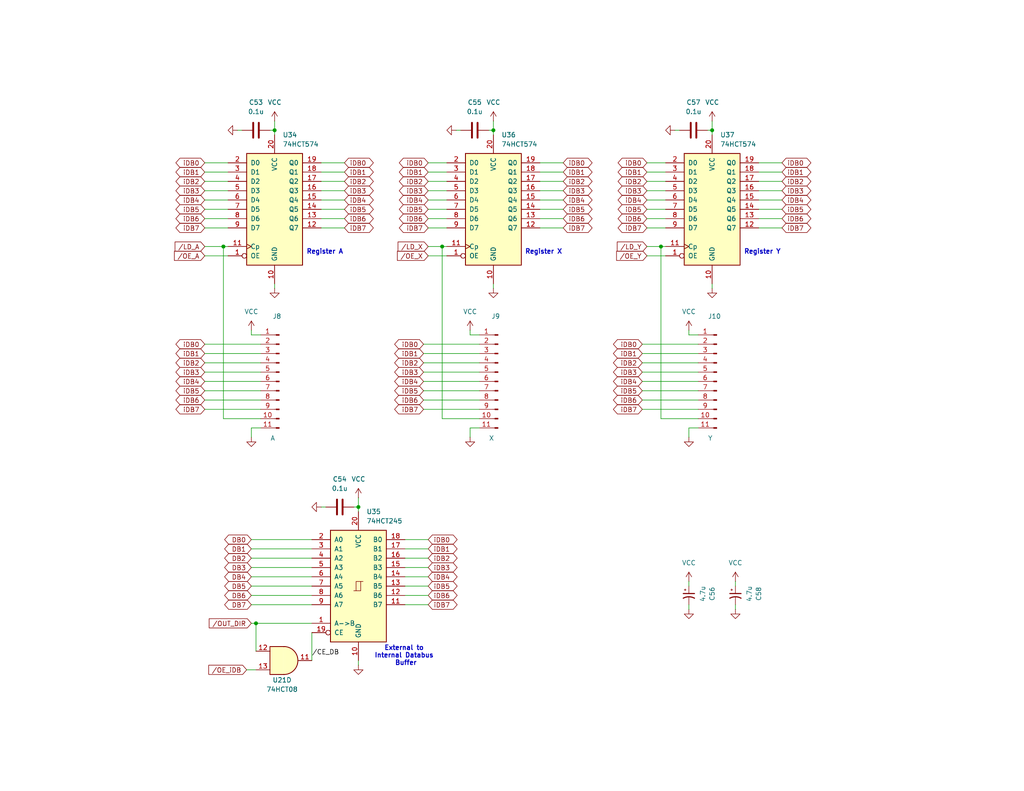
<source format=kicad_sch>
(kicad_sch (version 20250114) (generator "eeschema") (generator_version "9.0")
  (paper "A")
  (title_block (title "TTL 6510 Computer") (date "2025-10-20") (rev "B") (company "Stefan Warnke") (comment 9 "CPU_6502_Opcodes.txt"))
  (lib_symbols
    (symbol "74xx:74HCT574" (pin_names (offset 1.016))
      (property "Reference" "U" (at -7.62 16.51 0))
      (property "Value" "74HCT574" (at -7.62 -16.51 0))
      (symbol "74HCT574_1_0"
        (pin input line (at -12.7 12.7 0) (length 5.08) (name "D0") (number "2"))
        (pin input line (at -12.7 10.16 0) (length 5.08) (name "D1") (number "3"))
        (pin input line (at -12.7 7.62 0) (length 5.08) (name "D2") (number "4"))
        (pin input line (at -12.7 5.08 0) (length 5.08) (name "D3") (number "5"))
        (pin input line (at -12.7 2.54 0) (length 5.08) (name "D4") (number "6"))
        (pin input line (at -12.7 0 0) (length 5.08) (name "D5") (number "7"))
        (pin input line (at -12.7 -2.54 0) (length 5.08) (name "D6") (number "8"))
        (pin input line (at -12.7 -5.08 0) (length 5.08) (name "D7") (number "9"))
        (pin input clock (at -12.7 -10.16 0) (length 5.08) (name "Cp") (number "11"))
        (pin input inverted (at -12.7 -12.7 0) (length 5.08) (name "OE") (number "1"))
        (pin power_in line (at 0 20.32 270) (length 5.08) (name "VCC") (number "20"))
        (pin power_in line (at 0 -20.32 90) (length 5.08) (name "GND") (number "10"))
        (pin tri_state line (at 12.7 12.7 180) (length 5.08) (name "Q0") (number "19"))
        (pin tri_state line (at 12.7 10.16 180) (length 5.08) (name "Q1") (number "18"))
        (pin tri_state line (at 12.7 7.62 180) (length 5.08) (name "Q2") (number "17"))
        (pin tri_state line (at 12.7 5.08 180) (length 5.08) (name "Q3") (number "16"))
        (pin tri_state line (at 12.7 2.54 180) (length 5.08) (name "Q4") (number "15"))
        (pin tri_state line (at 12.7 0 180) (length 5.08) (name "Q5") (number "14"))
        (pin tri_state line (at 12.7 -2.54 180) (length 5.08) (name "Q6") (number "13"))
        (pin tri_state line (at 12.7 -5.08 180) (length 5.08) (name "Q7") (number "12"))
      )
      (symbol "74HCT574_1_1"
        (rectangle (start -7.62 15.24) (end 7.62 -15.24) (stroke (width 0.254)) (fill (type background)))
      )
    )
    (symbol "74xx:74LS08" (pin_names (offset 1.016))
      (property "Reference" "U" (at 0 1.27 0))
      (property "Value" "74LS08" (at 0 -1.27 0))
      (symbol "74LS08_1_1"
        (arc (start 0 3.81) (mid 3.7934 0) (end 0 -3.81) (stroke (width 0.254)) (fill (type background)))
        (polyline (pts (xy 0 3.81) (xy -3.81 3.81) (xy -3.81 -3.81) (xy 0 -3.81)) (stroke (width 0.254)) (fill (type background)))
        (pin input line (at -7.62 2.54 0) (length 3.81) (name "~") (number "1"))
        (pin input line (at -7.62 -2.54 0) (length 3.81) (name "~") (number "2"))
        (pin output line (at 7.62 0 180) (length 3.81) (name "~") (number "3"))
      )
      (symbol "74LS08_1_2"
        (arc (start -3.81 3.81) (mid -2.589 0) (end -3.81 -3.81) (stroke (width 0.254)))
        (polyline (pts (xy -3.81 3.81) (xy -0.635 3.81)) (stroke (width 0.254)) (fill (type background)))
        (polyline (pts (xy -3.81 -3.81) (xy -0.635 -3.81)) (stroke (width 0.254)) (fill (type background)))
        (arc (start 3.81 0) (mid 2.1855 -2.584) (end -0.6096 -3.81) (stroke (width 0.254)) (fill (type background)))
        (arc (start -0.6096 3.81) (mid 2.1928 2.5924) (end 3.81 0) (stroke (width 0.254)) (fill (type background)))
        (polyline (pts (xy -0.635 3.81) (xy -3.81 3.81) (xy -3.81 3.81) (xy -3.556 3.4036) (xy -3.0226 2.2606) (xy -2.6924 1.0414) (xy -2.6162 -0.254) (xy -2.7686 -1.4986) (xy -3.175 -2.7178) (xy -3.81 -3.81) (xy -3.81 -3.81) (xy -0.635 -3.81)) (stroke (width -25.4)) (fill (type background)))
        (pin input inverted (at -7.62 2.54 0) (length 4.318) (name "~") (number "1"))
        (pin input inverted (at -7.62 -2.54 0) (length 4.318) (name "~") (number "2"))
        (pin output inverted (at 7.62 0 180) (length 3.81) (name "~") (number "3"))
      )
      (symbol "74LS08_2_1"
        (arc (start 0 3.81) (mid 3.7934 0) (end 0 -3.81) (stroke (width 0.254)) (fill (type background)))
        (polyline (pts (xy 0 3.81) (xy -3.81 3.81) (xy -3.81 -3.81) (xy 0 -3.81)) (stroke (width 0.254)) (fill (type background)))
        (pin input line (at -7.62 2.54 0) (length 3.81) (name "~") (number "4"))
        (pin input line (at -7.62 -2.54 0) (length 3.81) (name "~") (number "5"))
        (pin output line (at 7.62 0 180) (length 3.81) (name "~") (number "6"))
      )
      (symbol "74LS08_2_2"
        (arc (start -3.81 3.81) (mid -2.589 0) (end -3.81 -3.81) (stroke (width 0.254)))
        (polyline (pts (xy -3.81 3.81) (xy -0.635 3.81)) (stroke (width 0.254)) (fill (type background)))
        (polyline (pts (xy -3.81 -3.81) (xy -0.635 -3.81)) (stroke (width 0.254)) (fill (type background)))
        (arc (start 3.81 0) (mid 2.1855 -2.584) (end -0.6096 -3.81) (stroke (width 0.254)) (fill (type background)))
        (arc (start -0.6096 3.81) (mid 2.1928 2.5924) (end 3.81 0) (stroke (width 0.254)) (fill (type background)))
        (polyline (pts (xy -0.635 3.81) (xy -3.81 3.81) (xy -3.81 3.81) (xy -3.556 3.4036) (xy -3.0226 2.2606) (xy -2.6924 1.0414) (xy -2.6162 -0.254) (xy -2.7686 -1.4986) (xy -3.175 -2.7178) (xy -3.81 -3.81) (xy -3.81 -3.81) (xy -0.635 -3.81)) (stroke (width -25.4)) (fill (type background)))
        (pin input inverted (at -7.62 2.54 0) (length 4.318) (name "~") (number "4"))
        (pin input inverted (at -7.62 -2.54 0) (length 4.318) (name "~") (number "5"))
        (pin output inverted (at 7.62 0 180) (length 3.81) (name "~") (number "6"))
      )
      (symbol "74LS08_3_1"
        (arc (start 0 3.81) (mid 3.7934 0) (end 0 -3.81) (stroke (width 0.254)) (fill (type background)))
        (polyline (pts (xy 0 3.81) (xy -3.81 3.81) (xy -3.81 -3.81) (xy 0 -3.81)) (stroke (width 0.254)) (fill (type background)))
        (pin input line (at -7.62 2.54 0) (length 3.81) (name "~") (number "9"))
        (pin input line (at -7.62 -2.54 0) (length 3.81) (name "~") (number "10"))
        (pin output line (at 7.62 0 180) (length 3.81) (name "~") (number "8"))
      )
      (symbol "74LS08_3_2"
        (arc (start -3.81 3.81) (mid -2.589 0) (end -3.81 -3.81) (stroke (width 0.254)))
        (polyline (pts (xy -3.81 3.81) (xy -0.635 3.81)) (stroke (width 0.254)) (fill (type background)))
        (polyline (pts (xy -3.81 -3.81) (xy -0.635 -3.81)) (stroke (width 0.254)) (fill (type background)))
        (arc (start 3.81 0) (mid 2.1855 -2.584) (end -0.6096 -3.81) (stroke (width 0.254)) (fill (type background)))
        (arc (start -0.6096 3.81) (mid 2.1928 2.5924) (end 3.81 0) (stroke (width 0.254)) (fill (type background)))
        (polyline (pts (xy -0.635 3.81) (xy -3.81 3.81) (xy -3.81 3.81) (xy -3.556 3.4036) (xy -3.0226 2.2606) (xy -2.6924 1.0414) (xy -2.6162 -0.254) (xy -2.7686 -1.4986) (xy -3.175 -2.7178) (xy -3.81 -3.81) (xy -3.81 -3.81) (xy -0.635 -3.81)) (stroke (width -25.4)) (fill (type background)))
        (pin input inverted (at -7.62 2.54 0) (length 4.318) (name "~") (number "9"))
        (pin input inverted (at -7.62 -2.54 0) (length 4.318) (name "~") (number "10"))
        (pin output inverted (at 7.62 0 180) (length 3.81) (name "~") (number "8"))
      )
      (symbol "74LS08_4_1"
        (arc (start 0 3.81) (mid 3.7934 0) (end 0 -3.81) (stroke (width 0.254)) (fill (type background)))
        (polyline (pts (xy 0 3.81) (xy -3.81 3.81) (xy -3.81 -3.81) (xy 0 -3.81)) (stroke (width 0.254)) (fill (type background)))
        (pin input line (at -7.62 2.54 0) (length 3.81) (name "~") (number "12"))
        (pin input line (at -7.62 -2.54 0) (length 3.81) (name "~") (number "13"))
        (pin output line (at 7.62 0 180) (length 3.81) (name "~") (number "11"))
      )
      (symbol "74LS08_4_2"
        (arc (start -3.81 3.81) (mid -2.589 0) (end -3.81 -3.81) (stroke (width 0.254)))
        (polyline (pts (xy -3.81 3.81) (xy -0.635 3.81)) (stroke (width 0.254)) (fill (type background)))
        (polyline (pts (xy -3.81 -3.81) (xy -0.635 -3.81)) (stroke (width 0.254)) (fill (type background)))
        (arc (start 3.81 0) (mid 2.1855 -2.584) (end -0.6096 -3.81) (stroke (width 0.254)) (fill (type background)))
        (arc (start -0.6096 3.81) (mid 2.1928 2.5924) (end 3.81 0) (stroke (width 0.254)) (fill (type background)))
        (polyline (pts (xy -0.635 3.81) (xy -3.81 3.81) (xy -3.81 3.81) (xy -3.556 3.4036) (xy -3.0226 2.2606) (xy -2.6924 1.0414) (xy -2.6162 -0.254) (xy -2.7686 -1.4986) (xy -3.175 -2.7178) (xy -3.81 -3.81) (xy -3.81 -3.81) (xy -0.635 -3.81)) (stroke (width -25.4)) (fill (type background)))
        (pin input inverted (at -7.62 2.54 0) (length 4.318) (name "~") (number "12"))
        (pin input inverted (at -7.62 -2.54 0) (length 4.318) (name "~") (number "13"))
        (pin output inverted (at 7.62 0 180) (length 3.81) (name "~") (number "11"))
      )
      (symbol "74LS08_5_0"
        (pin power_in line (at 0 12.7 270) (length 5.08) (name "VCC") (number "14"))
        (pin power_in line (at 0 -12.7 90) (length 5.08) (name "GND") (number "7"))
      )
      (symbol "74LS08_5_1"
        (rectangle (start -5.08 7.62) (end 5.08 -7.62) (stroke (width 0.254)) (fill (type background)))
      )
    )
    (symbol "74xx:74LS245" (pin_names (offset 1.016))
      (property "Reference" "U" (at -7.62 16.51 0))
      (property "Value" "74LS245" (at -7.62 -16.51 0))
      (symbol "74LS245_1_0"
        (polyline (pts (xy -1.27 -1.27) (xy 0.635 -1.27) (xy 0.635 1.27) (xy 1.27 1.27)))
        (polyline (pts (xy -0.635 -1.27) (xy -0.635 1.27) (xy 0.635 1.27)))
        (pin tri_state line (at -12.7 12.7 0) (length 5.08) (name "A0") (number "2"))
        (pin tri_state line (at -12.7 10.16 0) (length 5.08) (name "A1") (number "3"))
        (pin tri_state line (at -12.7 7.62 0) (length 5.08) (name "A2") (number "4"))
        (pin tri_state line (at -12.7 5.08 0) (length 5.08) (name "A3") (number "5"))
        (pin tri_state line (at -12.7 2.54 0) (length 5.08) (name "A4") (number "6"))
        (pin tri_state line (at -12.7 0 0) (length 5.08) (name "A5") (number "7"))
        (pin tri_state line (at -12.7 -2.54 0) (length 5.08) (name "A6") (number "8"))
        (pin tri_state line (at -12.7 -5.08 0) (length 5.08) (name "A7") (number "9"))
        (pin input line (at -12.7 -10.16 0) (length 5.08) (name "A->B") (number "1"))
        (pin input inverted (at -12.7 -12.7 0) (length 5.08) (name "CE") (number "19"))
        (pin power_in line (at 0 20.32 270) (length 5.08) (name "VCC") (number "20"))
        (pin power_in line (at 0 -20.32 90) (length 5.08) (name "GND") (number "10"))
        (pin tri_state line (at 12.7 12.7 180) (length 5.08) (name "B0") (number "18"))
        (pin tri_state line (at 12.7 10.16 180) (length 5.08) (name "B1") (number "17"))
        (pin tri_state line (at 12.7 7.62 180) (length 5.08) (name "B2") (number "16"))
        (pin tri_state line (at 12.7 5.08 180) (length 5.08) (name "B3") (number "15"))
        (pin tri_state line (at 12.7 2.54 180) (length 5.08) (name "B4") (number "14"))
        (pin tri_state line (at 12.7 0 180) (length 5.08) (name "B5") (number "13"))
        (pin tri_state line (at 12.7 -2.54 180) (length 5.08) (name "B6") (number "12"))
        (pin tri_state line (at 12.7 -5.08 180) (length 5.08) (name "B7") (number "11"))
      )
      (symbol "74LS245_1_1"
        (rectangle (start -7.62 15.24) (end 7.62 -15.24) (stroke (width 0.254)) (fill (type background)))
      )
    )
    (symbol "Connector:Conn_01x11_Pin" (pin_names (offset 1.016) (hide yes))
      (property "Reference" "J" (at 0 15.24 0))
      (property "Value" "Conn_01x11_Pin" (at 0 -15.24 0))
      (symbol "Conn_01x11_Pin_1_1"
        (rectangle (start 0.8636 12.827) (end 0 12.573) (stroke (width 0.1524)) (fill (type outline)))
        (rectangle (start 0.8636 10.287) (end 0 10.033) (stroke (width 0.1524)) (fill (type outline)))
        (rectangle (start 0.8636 7.747) (end 0 7.493) (stroke (width 0.1524)) (fill (type outline)))
        (rectangle (start 0.8636 5.207) (end 0 4.953) (stroke (width 0.1524)) (fill (type outline)))
        (rectangle (start 0.8636 2.667) (end 0 2.413) (stroke (width 0.1524)) (fill (type outline)))
        (rectangle (start 0.8636 0.127) (end 0 -0.127) (stroke (width 0.1524)) (fill (type outline)))
        (rectangle (start 0.8636 -2.413) (end 0 -2.667) (stroke (width 0.1524)) (fill (type outline)))
        (rectangle (start 0.8636 -4.953) (end 0 -5.207) (stroke (width 0.1524)) (fill (type outline)))
        (rectangle (start 0.8636 -7.493) (end 0 -7.747) (stroke (width 0.1524)) (fill (type outline)))
        (rectangle (start 0.8636 -10.033) (end 0 -10.287) (stroke (width 0.1524)) (fill (type outline)))
        (rectangle (start 0.8636 -12.573) (end 0 -12.827) (stroke (width 0.1524)) (fill (type outline)))
        (polyline (pts (xy 1.27 12.7) (xy 0.8636 12.7)) (stroke (width 0.1524)))
        (polyline (pts (xy 1.27 10.16) (xy 0.8636 10.16)) (stroke (width 0.1524)))
        (polyline (pts (xy 1.27 7.62) (xy 0.8636 7.62)) (stroke (width 0.1524)))
        (polyline (pts (xy 1.27 5.08) (xy 0.8636 5.08)) (stroke (width 0.1524)))
        (polyline (pts (xy 1.27 2.54) (xy 0.8636 2.54)) (stroke (width 0.1524)))
        (polyline (pts (xy 1.27 0) (xy 0.8636 0)) (stroke (width 0.1524)))
        (polyline (pts (xy 1.27 -2.54) (xy 0.8636 -2.54)) (stroke (width 0.1524)))
        (polyline (pts (xy 1.27 -5.08) (xy 0.8636 -5.08)) (stroke (width 0.1524)))
        (polyline (pts (xy 1.27 -7.62) (xy 0.8636 -7.62)) (stroke (width 0.1524)))
        (polyline (pts (xy 1.27 -10.16) (xy 0.8636 -10.16)) (stroke (width 0.1524)))
        (polyline (pts (xy 1.27 -12.7) (xy 0.8636 -12.7)) (stroke (width 0.1524)))
        (pin passive line (at 5.08 12.7 180) (length 3.81) (name "Pin_1") (number "1"))
        (pin passive line (at 5.08 10.16 180) (length 3.81) (name "Pin_2") (number "2"))
        (pin passive line (at 5.08 7.62 180) (length 3.81) (name "Pin_3") (number "3"))
        (pin passive line (at 5.08 5.08 180) (length 3.81) (name "Pin_4") (number "4"))
        (pin passive line (at 5.08 2.54 180) (length 3.81) (name "Pin_5") (number "5"))
        (pin passive line (at 5.08 0 180) (length 3.81) (name "Pin_6") (number "6"))
        (pin passive line (at 5.08 -2.54 180) (length 3.81) (name "Pin_7") (number "7"))
        (pin passive line (at 5.08 -5.08 180) (length 3.81) (name "Pin_8") (number "8"))
        (pin passive line (at 5.08 -7.62 180) (length 3.81) (name "Pin_9") (number "9"))
        (pin passive line (at 5.08 -10.16 180) (length 3.81) (name "Pin_10") (number "10"))
        (pin passive line (at 5.08 -12.7 180) (length 3.81) (name "Pin_11") (number "11"))
      )
    )
    (symbol "Device:C" (pin_numbers (hide yes)) (pin_names (offset 0.254))
      (property "Reference" "C" (at 0.635 2.54 0))
      (property "Value" "C" (at 0.635 -2.54 0))
      (symbol "C_0_1"
        (polyline (pts (xy -2.032 0.762) (xy 2.032 0.762)) (stroke (width 0.508)))
        (polyline (pts (xy -2.032 -0.762) (xy 2.032 -0.762)) (stroke (width 0.508)))
      )
      (symbol "C_1_1"
        (pin passive line (at 0 3.81 270) (length 2.794) (name "~") (number "1"))
        (pin passive line (at 0 -3.81 90) (length 2.794) (name "~") (number "2"))
      )
    )
    (symbol "Device:C_Polarized_Small_US" (pin_numbers (hide yes)) (pin_names (offset 0.254) (hide yes))
      (property "Reference" "C" (at 0.254 1.778 0))
      (property "Value" "C_Polarized_Small_US" (at 0.254 -2.032 0))
      (symbol "C_Polarized_Small_US_0_1"
        (polyline (pts (xy -1.524 0.508) (xy 1.524 0.508)) (stroke (width 0.3048)))
        (polyline (pts (xy -1.27 1.524) (xy -0.762 1.524)))
        (polyline (pts (xy -1.016 1.27) (xy -1.016 1.778)))
        (arc (start -1.524 -0.762) (mid 0 -0.3734) (end 1.524 -0.762) (stroke (width 0.3048)))
      )
      (symbol "C_Polarized_Small_US_1_1"
        (pin passive line (at 0 2.54 270) (length 2.032) (name "~") (number "1"))
        (pin passive line (at 0 -2.54 90) (length 2.032) (name "~") (number "2"))
      )
    )
    (symbol "power:+5V" (power) (pin_numbers (hide yes)) (pin_names (offset 0) (hide yes))
      (property "Value" "+5V" (at 0 3.556 0))
      (symbol "+5V_0_1"
        (polyline (pts (xy -0.762 1.27) (xy 0 2.54)))
        (polyline (pts (xy 0 2.54) (xy 0.762 1.27)))
        (polyline (pts (xy 0 0) (xy 0 2.54)))
      )
      (symbol "+5V_1_1"
        (pin power_in line (at 0 0 90) (length 0) (name "~") (number "1"))
      )
    )
    (symbol "power:GND" (power) (pin_numbers (hide yes)) (pin_names (offset 0) (hide yes))
      (property "Value" "GND" (at 0 -3.81 0))
      (symbol "GND_0_1"
        (polyline (pts (xy 0 0) (xy 0 -1.27) (xy 1.27 -1.27) (xy 0 -2.54) (xy -1.27 -1.27) (xy 0 -1.27)))
      )
      (symbol "GND_1_1"
        (pin power_in line (at 0 0 270) (length 0) (name "~") (number "1"))
      )
    )
  )
  (text "Register A" (at 88.646 68.834 0) (effects (font (size 1.27 1.27) (thickness 0.254) (bold yes))))
  (text "External to \nInternal Databus \nBuffer" (at 110.744 179.07 0) (effects (font (size 1.27 1.27) (thickness 0.254) (bold yes))))
  (text "Register X" (at 148.336 68.834 0) (effects (font (size 1.27 1.27) (thickness 0.254) (bold yes))))
  (text "Register Y" (at 208.026 68.834 0) (effects (font (size 1.27 1.27) (thickness 0.254) (bold yes))))
  (junction (at 60.96 67.31))
  (junction (at 120.65 67.31))
  (junction (at 97.79 138.43))
  (junction (at 134.62 35.56))
  (junction (at 69.85 170.18))
  (junction (at 74.93 35.56))
  (junction (at 194.31 35.56))
  (junction (at 180.34 67.31))
  (wire (pts (xy 71.12 116.84) (xy 68.58 116.84)))
  (wire (pts (xy 130.81 116.84) (xy 128.27 116.84)))
  (wire (pts (xy 130.81 99.06) (xy 115.57 99.06)))
  (wire (pts (xy 176.53 57.15) (xy 181.61 57.15)))
  (wire (pts (xy 110.49 149.86) (xy 116.84 149.86)))
  (wire (pts (xy 134.62 33.02) (xy 134.62 35.56)))
  (wire (pts (xy 130.81 91.44) (xy 128.27 91.44)))
  (wire (pts (xy 176.53 67.31) (xy 180.34 67.31)))
  (wire (pts (xy 71.12 109.22) (xy 55.88 109.22)))
  (wire (pts (xy 124.46 35.56) (xy 125.73 35.56)))
  (wire (pts (xy 116.84 44.45) (xy 121.92 44.45)))
  (wire (pts (xy 116.84 46.99) (xy 121.92 46.99)))
  (wire (pts (xy 190.5 111.76) (xy 175.26 111.76)))
  (wire (pts (xy 74.93 77.47) (xy 74.93 78.74)))
  (wire (pts (xy 68.58 116.84) (xy 68.58 119.38)))
  (wire (pts (xy 87.63 46.99) (xy 93.98 46.99)))
  (wire (pts (xy 110.49 147.32) (xy 116.84 147.32)))
  (wire (pts (xy 180.34 67.31) (xy 181.61 67.31)))
  (wire (pts (xy 194.31 77.47) (xy 194.31 78.74)))
  (wire (pts (xy 190.5 109.22) (xy 175.26 109.22)))
  (wire (pts (xy 130.81 101.6) (xy 115.57 101.6)))
  (wire (pts (xy 87.63 57.15) (xy 93.98 57.15)))
  (wire (pts (xy 55.88 59.69) (xy 62.23 59.69)))
  (wire (pts (xy 74.93 33.02) (xy 74.93 35.56)))
  (wire (pts (xy 87.63 138.43) (xy 88.9 138.43)))
  (wire (pts (xy 194.31 33.02) (xy 194.31 35.56)))
  (wire (pts (xy 55.88 62.23) (xy 62.23 62.23)))
  (wire (pts (xy 71.12 111.76) (xy 55.88 111.76)))
  (wire (pts (xy 207.01 62.23) (xy 213.36 62.23)))
  (wire (pts (xy 71.12 96.52) (xy 55.88 96.52)))
  (wire (pts (xy 147.32 44.45) (xy 153.67 44.45)))
  (wire (pts (xy 130.81 96.52) (xy 115.57 96.52)))
  (wire (pts (xy 116.84 52.07) (xy 121.92 52.07)))
  (wire (pts (xy 110.49 154.94) (xy 116.84 154.94)))
  (wire (pts (xy 55.88 69.85) (xy 62.23 69.85)))
  (wire (pts (xy 130.81 114.3) (xy 120.65 114.3)))
  (wire (pts (xy 68.58 149.86) (xy 85.09 149.86)))
  (wire (pts (xy 187.96 165.1) (xy 187.96 166.37)))
  (wire (pts (xy 71.12 93.98) (xy 55.88 93.98)))
  (wire (pts (xy 190.5 106.68) (xy 175.26 106.68)))
  (wire (pts (xy 176.53 59.69) (xy 181.61 59.69)))
  (wire (pts (xy 97.79 180.34) (xy 97.79 181.61)))
  (wire (pts (xy 134.62 77.47) (xy 134.62 78.74)))
  (wire (pts (xy 190.5 114.3) (xy 180.34 114.3)))
  (wire (pts (xy 147.32 57.15) (xy 153.67 57.15)))
  (wire (pts (xy 71.12 101.6) (xy 55.88 101.6)))
  (wire (pts (xy 55.88 49.53) (xy 62.23 49.53)))
  (wire (pts (xy 176.53 54.61) (xy 181.61 54.61)))
  (wire (pts (xy 187.96 116.84) (xy 187.96 119.38)))
  (wire (pts (xy 87.63 59.69) (xy 93.98 59.69)))
  (wire (pts (xy 176.53 62.23) (xy 181.61 62.23)))
  (wire (pts (xy 67.31 182.88) (xy 69.85 182.88)))
  (wire (pts (xy 55.88 52.07) (xy 62.23 52.07)))
  (wire (pts (xy 134.62 35.56) (xy 134.62 36.83)))
  (wire (pts (xy 87.63 52.07) (xy 93.98 52.07)))
  (wire (pts (xy 116.84 49.53) (xy 121.92 49.53)))
  (wire (pts (xy 116.84 59.69) (xy 121.92 59.69)))
  (wire (pts (xy 130.81 106.68) (xy 115.57 106.68)))
  (wire (pts (xy 110.49 152.4) (xy 116.84 152.4)))
  (wire (pts (xy 116.84 67.31) (xy 120.65 67.31)))
  (wire (pts (xy 97.79 138.43) (xy 97.79 139.7)))
  (wire (pts (xy 68.58 147.32) (xy 85.09 147.32)))
  (wire (pts (xy 128.27 91.44) (xy 128.27 90.17)))
  (wire (pts (xy 85.09 172.72) (xy 85.09 180.34)))
  (wire (pts (xy 110.49 160.02) (xy 116.84 160.02)))
  (wire (pts (xy 187.96 158.75) (xy 187.96 160.02)))
  (wire (pts (xy 207.01 54.61) (xy 213.36 54.61)))
  (wire (pts (xy 147.32 59.69) (xy 153.67 59.69)))
  (wire (pts (xy 207.01 59.69) (xy 213.36 59.69)))
  (wire (pts (xy 87.63 54.61) (xy 93.98 54.61)))
  (wire (pts (xy 207.01 46.99) (xy 213.36 46.99)))
  (wire (pts (xy 116.84 62.23) (xy 121.92 62.23)))
  (wire (pts (xy 60.96 114.3) (xy 60.96 67.31)))
  (wire (pts (xy 55.88 46.99) (xy 62.23 46.99)))
  (wire (pts (xy 176.53 44.45) (xy 181.61 44.45)))
  (wire (pts (xy 190.5 104.14) (xy 175.26 104.14)))
  (wire (pts (xy 184.15 35.56) (xy 185.42 35.56)))
  (wire (pts (xy 147.32 49.53) (xy 153.67 49.53)))
  (wire (pts (xy 55.88 57.15) (xy 62.23 57.15)))
  (wire (pts (xy 68.58 165.1) (xy 85.09 165.1)))
  (wire (pts (xy 69.85 170.18) (xy 69.85 177.8)))
  (wire (pts (xy 190.5 96.52) (xy 175.26 96.52)))
  (wire (pts (xy 110.49 157.48) (xy 116.84 157.48)))
  (wire (pts (xy 207.01 52.07) (xy 213.36 52.07)))
  (wire (pts (xy 55.88 44.45) (xy 62.23 44.45)))
  (wire (pts (xy 87.63 62.23) (xy 93.98 62.23)))
  (wire (pts (xy 68.58 91.44) (xy 68.58 90.17)))
  (wire (pts (xy 120.65 67.31) (xy 121.92 67.31)))
  (wire (pts (xy 68.58 157.48) (xy 85.09 157.48)))
  (wire (pts (xy 55.88 67.31) (xy 60.96 67.31)))
  (wire (pts (xy 176.53 46.99) (xy 181.61 46.99)))
  (wire (pts (xy 207.01 57.15) (xy 213.36 57.15)))
  (wire (pts (xy 71.12 114.3) (xy 60.96 114.3)))
  (wire (pts (xy 200.66 158.75) (xy 200.66 160.02)))
  (wire (pts (xy 74.93 35.56) (xy 74.93 36.83)))
  (wire (pts (xy 87.63 44.45) (xy 93.98 44.45)))
  (wire (pts (xy 68.58 154.94) (xy 85.09 154.94)))
  (wire (pts (xy 96.52 138.43) (xy 97.79 138.43)))
  (wire (pts (xy 120.65 67.31) (xy 120.65 114.3)))
  (wire (pts (xy 130.81 104.14) (xy 115.57 104.14)))
  (wire (pts (xy 71.12 104.14) (xy 55.88 104.14)))
  (wire (pts (xy 147.32 52.07) (xy 153.67 52.07)))
  (wire (pts (xy 64.77 35.56) (xy 66.04 35.56)))
  (wire (pts (xy 73.66 35.56) (xy 74.93 35.56)))
  (wire (pts (xy 116.84 57.15) (xy 121.92 57.15)))
  (wire (pts (xy 71.12 106.68) (xy 55.88 106.68)))
  (wire (pts (xy 190.5 116.84) (xy 187.96 116.84)))
  (wire (pts (xy 68.58 160.02) (xy 85.09 160.02)))
  (wire (pts (xy 55.88 54.61) (xy 62.23 54.61)))
  (wire (pts (xy 69.85 170.18) (xy 85.09 170.18)))
  (wire (pts (xy 176.53 52.07) (xy 181.61 52.07)))
  (wire (pts (xy 207.01 49.53) (xy 213.36 49.53)))
  (wire (pts (xy 116.84 69.85) (xy 121.92 69.85)))
  (wire (pts (xy 147.32 54.61) (xy 153.67 54.61)))
  (wire (pts (xy 190.5 99.06) (xy 175.26 99.06)))
  (wire (pts (xy 128.27 116.84) (xy 128.27 119.38)))
  (wire (pts (xy 133.35 35.56) (xy 134.62 35.56)))
  (wire (pts (xy 147.32 62.23) (xy 153.67 62.23)))
  (wire (pts (xy 110.49 162.56) (xy 116.84 162.56)))
  (wire (pts (xy 200.66 165.1) (xy 200.66 166.37)))
  (wire (pts (xy 68.58 162.56) (xy 85.09 162.56)))
  (wire (pts (xy 130.81 93.98) (xy 115.57 93.98)))
  (wire (pts (xy 68.58 152.4) (xy 85.09 152.4)))
  (wire (pts (xy 68.58 170.18) (xy 69.85 170.18)))
  (wire (pts (xy 194.31 35.56) (xy 194.31 36.83)))
  (wire (pts (xy 116.84 54.61) (xy 121.92 54.61)))
  (wire (pts (xy 207.01 44.45) (xy 213.36 44.45)))
  (wire (pts (xy 193.04 35.56) (xy 194.31 35.56)))
  (wire (pts (xy 190.5 101.6) (xy 175.26 101.6)))
  (wire (pts (xy 176.53 49.53) (xy 181.61 49.53)))
  (wire (pts (xy 60.96 67.31) (xy 62.23 67.31)))
  (wire (pts (xy 71.12 99.06) (xy 55.88 99.06)))
  (wire (pts (xy 130.81 109.22) (xy 115.57 109.22)))
  (wire (pts (xy 190.5 93.98) (xy 175.26 93.98)))
  (wire (pts (xy 176.53 69.85) (xy 181.61 69.85)))
  (wire (pts (xy 97.79 135.89) (xy 97.79 138.43)))
  (wire (pts (xy 147.32 46.99) (xy 153.67 46.99)))
  (wire (pts (xy 110.49 165.1) (xy 116.84 165.1)))
  (wire (pts (xy 190.5 91.44) (xy 187.96 91.44)))
  (wire (pts (xy 130.81 111.76) (xy 115.57 111.76)))
  (wire (pts (xy 187.96 91.44) (xy 187.96 90.17)))
  (wire (pts (xy 87.63 49.53) (xy 93.98 49.53)))
  (wire (pts (xy 180.34 67.31) (xy 180.34 114.3)))
  (wire (pts (xy 71.12 91.44) (xy 68.58 91.44)))
  (label "{slash}CE_DB" (at 85.09 179.07 0))
  (global_label "{slash}LD_Y" (shape input) (at 176.53 67.31 180) (effects (font (thickness 0.1588))) (property "Intersheetrefs" "${INTERSHEET_REFS}" (effects (hide yes))))
  (global_label "iDB7" (shape bidirectional) (at 176.53 62.23 180) (property "Intersheetrefs" "${INTERSHEET_REFS}" (effects (hide yes))))
  (global_label "iDB7" (shape bidirectional) (at 115.57 111.76 180) (property "Intersheetrefs" "${INTERSHEET_REFS}" (effects (hide yes))))
  (global_label "iDB4" (shape bidirectional) (at 115.57 104.14 180) (property "Intersheetrefs" "${INTERSHEET_REFS}" (effects (hide yes))))
  (global_label "iDB3" (shape bidirectional) (at 115.57 101.6 180) (property "Intersheetrefs" "${INTERSHEET_REFS}" (effects (hide yes))))
  (global_label "iDB3" (shape bidirectional) (at 55.88 52.07 180) (property "Intersheetrefs" "${INTERSHEET_REFS}" (effects (hide yes))))
  (global_label "iDB7" (shape bidirectional) (at 55.88 62.23 180) (property "Intersheetrefs" "${INTERSHEET_REFS}" (effects (hide yes))))
  (global_label "iDB0" (shape bidirectional) (at 93.98 44.45 0) (property "Intersheetrefs" "${INTERSHEET_REFS}" (effects (hide yes))))
  (global_label "iDB6" (shape bidirectional) (at 55.88 59.69 180) (property "Intersheetrefs" "${INTERSHEET_REFS}" (effects (hide yes))))
  (global_label "DB6" (shape bidirectional) (at 68.58 162.56 180) (property "Intersheetrefs" "${INTERSHEET_REFS}" (effects (hide yes))))
  (global_label "iDB1" (shape bidirectional) (at 116.84 149.86 0) (property "Intersheetrefs" "${INTERSHEET_REFS}" (effects (hide yes))))
  (global_label "iDB1" (shape bidirectional) (at 93.98 46.99 0) (property "Intersheetrefs" "${INTERSHEET_REFS}" (effects (hide yes))))
  (global_label "iDB0" (shape bidirectional) (at 175.26 93.98 180) (property "Intersheetrefs" "${INTERSHEET_REFS}" (effects (hide yes))))
  (global_label "iDB5" (shape bidirectional) (at 153.67 57.15 0) (property "Intersheetrefs" "${INTERSHEET_REFS}" (effects (hide yes))))
  (global_label "iDB3" (shape bidirectional) (at 55.88 101.6 180) (property "Intersheetrefs" "${INTERSHEET_REFS}" (effects (hide yes))))
  (global_label "DB5" (shape bidirectional) (at 68.58 160.02 180) (property "Intersheetrefs" "${INTERSHEET_REFS}" (effects (hide yes))))
  (global_label "iDB3" (shape bidirectional) (at 93.98 52.07 0) (property "Intersheetrefs" "${INTERSHEET_REFS}" (effects (hide yes))))
  (global_label "iDB5" (shape bidirectional) (at 176.53 57.15 180) (property "Intersheetrefs" "${INTERSHEET_REFS}" (effects (hide yes))))
  (global_label "iDB0" (shape bidirectional) (at 176.53 44.45 180) (property "Intersheetrefs" "${INTERSHEET_REFS}" (effects (hide yes))))
  (global_label "{slash}OE_X" (shape input) (at 116.84 69.85 180) (effects (font (thickness 0.1588))) (property "Intersheetrefs" "${INTERSHEET_REFS}" (effects (hide yes))))
  (global_label "iDB5" (shape bidirectional) (at 115.57 106.68 180) (property "Intersheetrefs" "${INTERSHEET_REFS}" (effects (hide yes))))
  (global_label "iDB2" (shape bidirectional) (at 176.53 49.53 180) (property "Intersheetrefs" "${INTERSHEET_REFS}" (effects (hide yes))))
  (global_label "iDB5" (shape bidirectional) (at 116.84 160.02 0) (property "Intersheetrefs" "${INTERSHEET_REFS}" (effects (hide yes))))
  (global_label "DB2" (shape bidirectional) (at 68.58 152.4 180) (property "Intersheetrefs" "${INTERSHEET_REFS}" (effects (hide yes))))
  (global_label "iDB0" (shape bidirectional) (at 55.88 93.98 180) (property "Intersheetrefs" "${INTERSHEET_REFS}" (effects (hide yes))))
  (global_label "iDB7" (shape bidirectional) (at 93.98 62.23 0) (property "Intersheetrefs" "${INTERSHEET_REFS}" (effects (hide yes))))
  (global_label "iDB4" (shape bidirectional) (at 176.53 54.61 180) (property "Intersheetrefs" "${INTERSHEET_REFS}" (effects (hide yes))))
  (global_label "iDB5" (shape bidirectional) (at 175.26 106.68 180) (property "Intersheetrefs" "${INTERSHEET_REFS}" (effects (hide yes))))
  (global_label "DB0" (shape bidirectional) (at 68.58 147.32 180) (property "Intersheetrefs" "${INTERSHEET_REFS}" (effects (hide yes))))
  (global_label "DB7" (shape bidirectional) (at 68.58 165.1 180) (property "Intersheetrefs" "${INTERSHEET_REFS}" (effects (hide yes))))
  (global_label "iDB4" (shape bidirectional) (at 116.84 54.61 180) (property "Intersheetrefs" "${INTERSHEET_REFS}" (effects (hide yes))))
  (global_label "iDB1" (shape bidirectional) (at 115.57 96.52 180) (property "Intersheetrefs" "${INTERSHEET_REFS}" (effects (hide yes))))
  (global_label "iDB7" (shape bidirectional) (at 175.26 111.76 180) (property "Intersheetrefs" "${INTERSHEET_REFS}" (effects (hide yes))))
  (global_label "iDB7" (shape bidirectional) (at 116.84 165.1 0) (property "Intersheetrefs" "${INTERSHEET_REFS}" (effects (hide yes))))
  (global_label "{slash}LD_A" (shape input) (at 55.88 67.31 180) (effects (font (thickness 0.1588))) (property "Intersheetrefs" "${INTERSHEET_REFS}" (effects (hide yes))))
  (global_label "iDB7" (shape bidirectional) (at 55.88 111.76 180) (property "Intersheetrefs" "${INTERSHEET_REFS}" (effects (hide yes))))
  (global_label "iDB5" (shape bidirectional) (at 93.98 57.15 0) (property "Intersheetrefs" "${INTERSHEET_REFS}" (effects (hide yes))))
  (global_label "iDB3" (shape bidirectional) (at 116.84 154.94 0) (property "Intersheetrefs" "${INTERSHEET_REFS}" (effects (hide yes))))
  (global_label "iDB4" (shape bidirectional) (at 55.88 104.14 180) (property "Intersheetrefs" "${INTERSHEET_REFS}" (effects (hide yes))))
  (global_label "iDB2" (shape bidirectional) (at 93.98 49.53 0) (property "Intersheetrefs" "${INTERSHEET_REFS}" (effects (hide yes))))
  (global_label "iDB1" (shape bidirectional) (at 55.88 96.52 180) (property "Intersheetrefs" "${INTERSHEET_REFS}" (effects (hide yes))))
  (global_label "{slash}OE_A" (shape input) (at 55.88 69.85 180) (effects (font (thickness 0.1588))) (property "Intersheetrefs" "${INTERSHEET_REFS}" (effects (hide yes))))
  (global_label "iDB0" (shape bidirectional) (at 115.57 93.98 180) (property "Intersheetrefs" "${INTERSHEET_REFS}" (effects (hide yes))))
  (global_label "iDB6" (shape bidirectional) (at 153.67 59.69 0) (property "Intersheetrefs" "${INTERSHEET_REFS}" (effects (hide yes))))
  (global_label "iDB2" (shape bidirectional) (at 55.88 99.06 180) (property "Intersheetrefs" "${INTERSHEET_REFS}" (effects (hide yes))))
  (global_label "iDB4" (shape bidirectional) (at 116.84 157.48 0) (property "Intersheetrefs" "${INTERSHEET_REFS}" (effects (hide yes))))
  (global_label "iDB3" (shape bidirectional) (at 116.84 52.07 180) (property "Intersheetrefs" "${INTERSHEET_REFS}" (effects (hide yes))))
  (global_label "iDB6" (shape bidirectional) (at 93.98 59.69 0) (property "Intersheetrefs" "${INTERSHEET_REFS}" (effects (hide yes))))
  (global_label "iDB6" (shape bidirectional) (at 55.88 109.22 180) (property "Intersheetrefs" "${INTERSHEET_REFS}" (effects (hide yes))))
  (global_label "iDB7" (shape bidirectional) (at 116.84 62.23 180) (property "Intersheetrefs" "${INTERSHEET_REFS}" (effects (hide yes))))
  (global_label "{slash}OUT_DIR" (shape input) (at 68.58 170.18 180) (effects (font (thickness 0.1588))) (property "Intersheetrefs" "${INTERSHEET_REFS}" (effects (hide yes))))
  (global_label "DB1" (shape bidirectional) (at 68.58 149.86 180) (property "Intersheetrefs" "${INTERSHEET_REFS}" (effects (hide yes))))
  (global_label "iDB1" (shape bidirectional) (at 116.84 46.99 180) (property "Intersheetrefs" "${INTERSHEET_REFS}" (effects (hide yes))))
  (global_label "iDB0" (shape bidirectional) (at 153.67 44.45 0) (property "Intersheetrefs" "${INTERSHEET_REFS}" (effects (hide yes))))
  (global_label "iDB4" (shape bidirectional) (at 153.67 54.61 0) (property "Intersheetrefs" "${INTERSHEET_REFS}" (effects (hide yes))))
  (global_label "{slash}LD_X" (shape input) (at 116.84 67.31 180) (effects (font (thickness 0.1588))) (property "Intersheetrefs" "${INTERSHEET_REFS}" (effects (hide yes))))
  (global_label "iDB4" (shape bidirectional) (at 213.36 54.61 0) (property "Intersheetrefs" "${INTERSHEET_REFS}" (effects (hide yes))))
  (global_label "iDB6" (shape bidirectional) (at 175.26 109.22 180) (property "Intersheetrefs" "${INTERSHEET_REFS}" (effects (hide yes))))
  (global_label "iDB2" (shape bidirectional) (at 116.84 49.53 180) (property "Intersheetrefs" "${INTERSHEET_REFS}" (effects (hide yes))))
  (global_label "iDB0" (shape bidirectional) (at 55.88 44.45 180) (property "Intersheetrefs" "${INTERSHEET_REFS}" (effects (hide yes))))
  (global_label "DB3" (shape bidirectional) (at 68.58 154.94 180) (property "Intersheetrefs" "${INTERSHEET_REFS}" (effects (hide yes))))
  (global_label "{slash}OE_Y" (shape input) (at 176.53 69.85 180) (effects (font (thickness 0.1588))) (property "Intersheetrefs" "${INTERSHEET_REFS}" (effects (hide yes))))
  (global_label "iDB6" (shape bidirectional) (at 213.36 59.69 0) (property "Intersheetrefs" "${INTERSHEET_REFS}" (effects (hide yes))))
  (global_label "iDB1" (shape bidirectional) (at 175.26 96.52 180) (property "Intersheetrefs" "${INTERSHEET_REFS}" (effects (hide yes))))
  (global_label "iDB2" (shape bidirectional) (at 115.57 99.06 180) (property "Intersheetrefs" "${INTERSHEET_REFS}" (effects (hide yes))))
  (global_label "iDB7" (shape bidirectional) (at 213.36 62.23 0) (property "Intersheetrefs" "${INTERSHEET_REFS}" (effects (hide yes))))
  (global_label "iDB3" (shape bidirectional) (at 213.36 52.07 0) (property "Intersheetrefs" "${INTERSHEET_REFS}" (effects (hide yes))))
  (global_label "iDB6" (shape bidirectional) (at 176.53 59.69 180) (property "Intersheetrefs" "${INTERSHEET_REFS}" (effects (hide yes))))
  (global_label "iDB0" (shape bidirectional) (at 116.84 44.45 180) (property "Intersheetrefs" "${INTERSHEET_REFS}" (effects (hide yes))))
  (global_label "iDB3" (shape bidirectional) (at 176.53 52.07 180) (property "Intersheetrefs" "${INTERSHEET_REFS}" (effects (hide yes))))
  (global_label "iDB3" (shape bidirectional) (at 153.67 52.07 0) (property "Intersheetrefs" "${INTERSHEET_REFS}" (effects (hide yes))))
  (global_label "iDB0" (shape bidirectional) (at 213.36 44.45 0) (property "Intersheetrefs" "${INTERSHEET_REFS}" (effects (hide yes))))
  (global_label "iDB6" (shape bidirectional) (at 115.57 109.22 180) (property "Intersheetrefs" "${INTERSHEET_REFS}" (effects (hide yes))))
  (global_label "iDB4" (shape bidirectional) (at 93.98 54.61 0) (property "Intersheetrefs" "${INTERSHEET_REFS}" (effects (hide yes))))
  (global_label "iDB2" (shape bidirectional) (at 153.67 49.53 0) (property "Intersheetrefs" "${INTERSHEET_REFS}" (effects (hide yes))))
  (global_label "iDB1" (shape bidirectional) (at 213.36 46.99 0) (property "Intersheetrefs" "${INTERSHEET_REFS}" (effects (hide yes))))
  (global_label "iDB5" (shape bidirectional) (at 116.84 57.15 180) (property "Intersheetrefs" "${INTERSHEET_REFS}" (effects (hide yes))))
  (global_label "iDB1" (shape bidirectional) (at 55.88 46.99 180) (property "Intersheetrefs" "${INTERSHEET_REFS}" (effects (hide yes))))
  (global_label "iDB5" (shape bidirectional) (at 55.88 106.68 180) (property "Intersheetrefs" "${INTERSHEET_REFS}" (effects (hide yes))))
  (global_label "iDB5" (shape bidirectional) (at 55.88 57.15 180) (property "Intersheetrefs" "${INTERSHEET_REFS}" (effects (hide yes))))
  (global_label "iDB2" (shape bidirectional) (at 175.26 99.06 180) (property "Intersheetrefs" "${INTERSHEET_REFS}" (effects (hide yes))))
  (global_label "iDB6" (shape bidirectional) (at 116.84 59.69 180) (property "Intersheetrefs" "${INTERSHEET_REFS}" (effects (hide yes))))
  (global_label "iDB4" (shape bidirectional) (at 55.88 54.61 180) (property "Intersheetrefs" "${INTERSHEET_REFS}" (effects (hide yes))))
  (global_label "DB4" (shape bidirectional) (at 68.58 157.48 180) (property "Intersheetrefs" "${INTERSHEET_REFS}" (effects (hide yes))))
  (global_label "iDB1" (shape bidirectional) (at 153.67 46.99 0) (property "Intersheetrefs" "${INTERSHEET_REFS}" (effects (hide yes))))
  (global_label "iDB6" (shape bidirectional) (at 116.84 162.56 0) (property "Intersheetrefs" "${INTERSHEET_REFS}" (effects (hide yes))))
  (global_label "iDB3" (shape bidirectional) (at 175.26 101.6 180) (property "Intersheetrefs" "${INTERSHEET_REFS}" (effects (hide yes))))
  (global_label "iDB0" (shape bidirectional) (at 116.84 147.32 0) (property "Intersheetrefs" "${INTERSHEET_REFS}" (effects (hide yes))))
  (global_label "iDB2" (shape bidirectional) (at 55.88 49.53 180) (property "Intersheetrefs" "${INTERSHEET_REFS}" (effects (hide yes))))
  (global_label "iDB5" (shape bidirectional) (at 213.36 57.15 0) (property "Intersheetrefs" "${INTERSHEET_REFS}" (effects (hide yes))))
  (global_label "iDB2" (shape bidirectional) (at 116.84 152.4 0) (property "Intersheetrefs" "${INTERSHEET_REFS}" (effects (hide yes))))
  (global_label "iDB4" (shape bidirectional) (at 175.26 104.14 180) (property "Intersheetrefs" "${INTERSHEET_REFS}" (effects (hide yes))))
  (global_label "iDB7" (shape bidirectional) (at 153.67 62.23 0) (property "Intersheetrefs" "${INTERSHEET_REFS}" (effects (hide yes))))
  (global_label "iDB2" (shape bidirectional) (at 213.36 49.53 0) (property "Intersheetrefs" "${INTERSHEET_REFS}" (effects (hide yes))))
  (global_label "{slash}OE_iDB" (shape input) (at 67.31 182.88 180) (effects (font (thickness 0.1588))) (property "Intersheetrefs" "${INTERSHEET_REFS}" (effects (hide yes))))
  (global_label "iDB1" (shape bidirectional) (at 176.53 46.99 180) (property "Intersheetrefs" "${INTERSHEET_REFS}" (effects (hide yes))))
  (symbol (lib_id "power:GND") (at 87.63 138.43 270) (unit 1)
    (property "Reference" "#PWR0163" (effects (hide yes)))
    (property "Value" "GND" (effects (hide yes)))
    (property "Description" "Power symbol creates a global label with name \"GND\" , ground" (effects (hide yes)))
  )
  (symbol (lib_id "Device:C") (at 92.71 138.43 90) (unit 1)
    (property "Reference" "C54" (at 92.71 130.81 90))
    (property "Value" "0.1u" (at 92.71 133.35 90))
    (property "Footprint" "Project Library:C_Disc_D7.5mm_W2.5mm_P7.62mm" (effects (hide yes)))
    (property "Description" "Unpolarized capacitor" (effects (hide yes)))
    (property "OrderInfo" "https://www.digikey.com/en/products/detail/kemet/C320C104M5R5TA/3726028" (effects (hide yes)))
  )
  (symbol (lib_id "power:GND") (at 134.62 78.74 0) (unit 1)
    (property "Reference" "#PWR0170" (effects (hide yes)))
    (property "Value" "GND" (effects (hide yes)))
    (property "Description" "Power symbol creates a global label with name \"GND\" , ground" (effects (hide yes)))
  )
  (symbol (lib_id "power:GND") (at 187.96 119.38 0) (mirror y) (unit 1)
    (property "Reference" "#PWR0173" (effects (hide yes)))
    (property "Value" "GND" (effects (hide yes)))
    (property "Description" "Power symbol creates a global label with name \"GND\" , ground" (effects (hide yes)))
  )
  (symbol (lib_id "power:+5V") (at 128.27 90.17 0) (mirror y) (unit 1)
    (property "Reference" "#PWR0167" (effects (hide yes)))
    (property "Value" "VCC" (at 128.27 85.09 0))
    (property "Description" "Power symbol creates a global label with name \"+5V\"" (effects (hide yes)))
  )
  (symbol (lib_id "Device:C") (at 69.85 35.56 90) (unit 1)
    (property "Reference" "C53" (at 69.85 27.94 90))
    (property "Value" "0.1u" (at 69.85 30.48 90))
    (property "Footprint" "Project Library:C_Disc_D7.5mm_W2.5mm_P7.62mm" (effects (hide yes)))
    (property "Description" "Unpolarized capacitor" (effects (hide yes)))
    (property "OrderInfo" "https://www.digikey.com/en/products/detail/kemet/C320C104M5R5TA/3726028" (effects (hide yes)))
  )
  (symbol (lib_id "power:+5V") (at 194.31 33.02 0) (unit 1)
    (property "Reference" "#PWR0176" (effects (hide yes)))
    (property "Value" "VCC" (at 194.31 27.94 0))
    (property "Description" "Power symbol creates a global label with name \"+5V\"" (effects (hide yes)))
  )
  (symbol (lib_id "Device:C") (at 189.23 35.56 90) (unit 1)
    (property "Reference" "C57" (at 189.23 27.94 90))
    (property "Value" "0.1u" (at 189.23 30.48 90))
    (property "Footprint" "Project Library:C_Disc_D7.5mm_W2.5mm_P7.62mm" (effects (hide yes)))
    (property "Description" "Unpolarized capacitor" (effects (hide yes)))
    (property "OrderInfo" "https://www.digikey.com/en/products/detail/kemet/C320C104M5R5TA/3726028" (effects (hide yes)))
  )
  (symbol (lib_id "power:GND") (at 64.77 35.56 270) (unit 1)
    (property "Reference" "#PWR0158" (effects (hide yes)))
    (property "Value" "GND" (effects (hide yes)))
    (property "Description" "Power symbol creates a global label with name \"GND\" , ground" (effects (hide yes)))
  )
  (symbol (lib_id "Device:C_Polarized_Small_US") (at 200.66 162.56 0) (unit 1)
    (property "Reference" "C58" (at 207.01 162.1282 90))
    (property "Value" "4.7u" (at 204.47 162.1282 90))
    (property "Footprint" "Project Library:C_Disc_D7.5mm_W2.5mm_P7.62mm_pol" (effects (hide yes)))
    (property "Description" "Polarized capacitor, small US symbol" (effects (hide yes)))
    (property "OrderInfo" "https://www.digikey.com/en/products/detail/kyocera-avx/TAP475M010SCS/1472017" (effects (hide yes)))
  )
  (symbol (lib_id "power:GND") (at 184.15 35.56 270) (unit 1)
    (property "Reference" "#PWR0171" (effects (hide yes)))
    (property "Value" "GND" (effects (hide yes)))
    (property "Description" "Power symbol creates a global label with name \"GND\" , ground" (effects (hide yes)))
  )
  (symbol (lib_id "Connector:Conn_01x11_Pin") (at 195.58 104.14 0) (mirror y) (unit 1)
    (property "Reference" "J10" (at 194.945 86.36 0))
    (property "Value" "Y" (at 193.802 119.634 0))
    (property "Footprint" "Connector_PinHeader_2.54mm:PinHeader_1x11_P2.54mm_Vertical" (effects (hide yes)))
    (property "Description" "Generic connector, single row, 01x11, script generated" (effects (hide yes)))
    (property "OrderInfo" "https://www.digikey.com/en/products/detail/samtec-inc/SSA-111-S-T/1105805" (effects (hide yes)))
  )
  (symbol (lib_id "power:GND") (at 74.93 78.74 0) (unit 1)
    (property "Reference" "#PWR0162" (effects (hide yes)))
    (property "Value" "GND" (effects (hide yes)))
    (property "Description" "Power symbol creates a global label with name \"GND\" , ground" (effects (hide yes)))
  )
  (symbol (lib_id "74xx:74LS245") (at 97.79 160.02 0) (unit 1)
    (property "Reference" "U35" (at 99.9841 139.7 0) (effects (justify left)))
    (property "Value" "74HCT245" (at 99.9841 142.24 0) (effects (justify left)))
    (property "Footprint" "Package_DIP:DIP-20_W7.62mm_Socket" (effects (hide yes)))
    (property "Datasheet" "http://www.ti.com/lit/gpn/sn74LS245" (effects (hide yes)))
    (property "Description" "Octal BUS Transceivers, 3-State outputs" (effects (hide yes)))
    (property "OrderInfo" "https://www.digikey.com/en/products/detail/texas-instruments/SN74HCT245N/277258" (effects (hide yes)))
  )
  (symbol (lib_id "power:+5V") (at 74.93 33.02 0) (unit 1)
    (property "Reference" "#PWR0161" (effects (hide yes)))
    (property "Value" "VCC" (at 74.93 27.94 0))
    (property "Description" "Power symbol creates a global label with name \"+5V\"" (effects (hide yes)))
  )
  (symbol (lib_id "Device:C_Polarized_Small_US") (at 187.96 162.56 0) (unit 1)
    (property "Reference" "C56" (at 194.31 162.1282 90))
    (property "Value" "4.7u" (at 191.77 162.1282 90))
    (property "Footprint" "Project Library:C_Disc_D7.5mm_W2.5mm_P7.62mm_pol" (effects (hide yes)))
    (property "Description" "Polarized capacitor, small US symbol" (effects (hide yes)))
    (property "OrderInfo" "https://www.digikey.com/en/products/detail/kyocera-avx/TAP475M010SCS/1472017" (effects (hide yes)))
  )
  (symbol (lib_id "Device:C") (at 129.54 35.56 90) (unit 1)
    (property "Reference" "C55" (at 129.54 27.94 90))
    (property "Value" "0.1u" (at 129.54 30.48 90))
    (property "Footprint" "Project Library:C_Disc_D7.5mm_W2.5mm_P7.62mm" (effects (hide yes)))
    (property "Description" "Unpolarized capacitor" (effects (hide yes)))
    (property "OrderInfo" "https://www.digikey.com/en/products/detail/kemet/C320C104M5R5TA/3726028" (effects (hide yes)))
  )
  (symbol (lib_id "power:GND") (at 97.79 181.61 0) (unit 1)
    (property "Reference" "#PWR0165" (effects (hide yes)))
    (property "Value" "GND" (effects (hide yes)))
    (property "Description" "Power symbol creates a global label with name \"GND\" , ground" (effects (hide yes)))
  )
  (symbol (lib_id "power:GND") (at 124.46 35.56 270) (unit 1)
    (property "Reference" "#PWR0166" (effects (hide yes)))
    (property "Value" "GND" (effects (hide yes)))
    (property "Description" "Power symbol creates a global label with name \"GND\" , ground" (effects (hide yes)))
  )
  (symbol (lib_id "power:+5V") (at 134.62 33.02 0) (unit 1)
    (property "Reference" "#PWR0169" (effects (hide yes)))
    (property "Value" "VCC" (at 134.62 27.94 0))
    (property "Description" "Power symbol creates a global label with name \"+5V\"" (effects (hide yes)))
  )
  (symbol (lib_id "Connector:Conn_01x11_Pin") (at 76.2 104.14 0) (mirror y) (unit 1)
    (property "Reference" "J8" (at 75.565 86.36 0))
    (property "Value" "A" (at 74.422 119.634 0))
    (property "Footprint" "Connector_PinHeader_2.54mm:PinHeader_1x11_P2.54mm_Vertical" (effects (hide yes)))
    (property "Description" "Generic connector, single row, 01x11, script generated" (effects (hide yes)))
    (property "OrderInfo" "https://www.digikey.com/en/products/detail/samtec-inc/SSA-111-S-T/1105805" (effects (hide yes)))
  )
  (symbol (lib_id "power:GND") (at 68.58 119.38 0) (mirror y) (unit 1)
    (property "Reference" "#PWR0160" (effects (hide yes)))
    (property "Value" "GND" (effects (hide yes)))
    (property "Description" "Power symbol creates a global label with name \"GND\" , ground" (effects (hide yes)))
  )
  (symbol (lib_id "74xx:74LS08") (at 77.47 180.34 0) (unit 4)
    (property "Reference" "U21" (at 76.962 185.674 0))
    (property "Value" "74HCT08" (at 76.962 188.214 0))
    (property "Footprint" "Package_DIP:DIP-14_W7.62mm_Socket" (effects (hide yes)))
    (property "Datasheet" "http://www.ti.com/lit/gpn/sn74LS08" (effects (hide yes)))
    (property "Description" "Quad And2" (effects (hide yes)))
    (property "OrderInfo" "https://www.digikey.com/en/products/detail/texas-instruments/CD74HCT08E/38240" (effects (hide yes)))
  )
  (symbol (lib_id "74xx:74HCT574") (at 134.62 57.15 0) (unit 1)
    (property "Reference" "U36" (at 136.8141 36.83 0) (effects (justify left)))
    (property "Value" "74HCT574" (at 136.8141 39.37 0) (effects (justify left)))
    (property "Footprint" "Package_DIP:DIP-20_W7.62mm_Socket" (effects (hide yes)))
    (property "Datasheet" "http://www.ti.com/lit/gpn/sn74HCT574" (effects (hide yes)))
    (property "Description" "8-bit Register, 3-state outputs" (effects (hide yes)))
    (property "OrderInfo" "https://www.digikey.com/en/products/detail/texas-instruments/CD74HCT574E/38721" (effects (hide yes)))
  )
  (symbol (lib_id "power:GND") (at 128.27 119.38 0) (mirror y) (unit 1)
    (property "Reference" "#PWR0168" (effects (hide yes)))
    (property "Value" "GND" (effects (hide yes)))
    (property "Description" "Power symbol creates a global label with name \"GND\" , ground" (effects (hide yes)))
  )
  (symbol (lib_id "power:GND") (at 200.66 166.37 0) (unit 1)
    (property "Reference" "#PWR0179" (effects (hide yes)))
    (property "Value" "GND" (effects (hide yes)))
    (property "Description" "Power symbol creates a global label with name \"GND\" , ground" (effects (hide yes)))
  )
  (symbol (lib_id "power:GND") (at 194.31 78.74 0) (unit 1)
    (property "Reference" "#PWR0177" (effects (hide yes)))
    (property "Value" "GND" (effects (hide yes)))
    (property "Description" "Power symbol creates a global label with name \"GND\" , ground" (effects (hide yes)))
  )
  (symbol (lib_id "74xx:74HCT574") (at 74.93 57.15 0) (unit 1)
    (property "Reference" "U34" (at 77.1241 36.83 0) (effects (justify left)))
    (property "Value" "74HCT574" (at 77.1241 39.37 0) (effects (justify left)))
    (property "Footprint" "Package_DIP:DIP-20_W7.62mm_Socket" (effects (hide yes)))
    (property "Datasheet" "http://www.ti.com/lit/gpn/sn74HCT574" (effects (hide yes)))
    (property "Description" "8-bit Register, 3-state outputs" (effects (hide yes)))
    (property "OrderInfo" "https://www.digikey.com/en/products/detail/texas-instruments/CD74HCT574E/38721" (effects (hide yes)))
  )
  (symbol (lib_id "power:+5V") (at 187.96 158.75 0) (unit 1)
    (property "Reference" "#PWR0174" (effects (hide yes)))
    (property "Value" "VCC" (at 187.96 153.67 0))
    (property "Description" "Power symbol creates a global label with name \"+5V\"" (effects (hide yes)))
  )
  (symbol (lib_id "power:GND") (at 187.96 166.37 0) (unit 1)
    (property "Reference" "#PWR0175" (effects (hide yes)))
    (property "Value" "GND" (effects (hide yes)))
    (property "Description" "Power symbol creates a global label with name \"GND\" , ground" (effects (hide yes)))
  )
  (symbol (lib_id "Connector:Conn_01x11_Pin") (at 135.89 104.14 0) (mirror y) (unit 1)
    (property "Reference" "J9" (at 135.255 86.36 0))
    (property "Value" "X" (at 134.112 119.634 0))
    (property "Footprint" "Connector_PinHeader_2.54mm:PinHeader_1x11_P2.54mm_Vertical" (effects (hide yes)))
    (property "Description" "Generic connector, single row, 01x11, script generated" (effects (hide yes)))
    (property "OrderInfo" "https://www.digikey.com/en/products/detail/samtec-inc/SSA-111-S-T/1105805" (effects (hide yes)))
  )
  (symbol (lib_id "power:+5V") (at 200.66 158.75 0) (unit 1)
    (property "Reference" "#PWR0178" (effects (hide yes)))
    (property "Value" "VCC" (at 200.66 153.67 0))
    (property "Description" "Power symbol creates a global label with name \"+5V\"" (effects (hide yes)))
  )
  (symbol (lib_id "power:+5V") (at 68.58 90.17 0) (mirror y) (unit 1)
    (property "Reference" "#PWR0159" (effects (hide yes)))
    (property "Value" "VCC" (at 68.58 85.09 0))
    (property "Description" "Power symbol creates a global label with name \"+5V\"" (effects (hide yes)))
  )
  (symbol (lib_id "power:+5V") (at 187.96 90.17 0) (mirror y) (unit 1)
    (property "Reference" "#PWR0172" (effects (hide yes)))
    (property "Value" "VCC" (at 187.96 85.09 0))
    (property "Description" "Power symbol creates a global label with name \"+5V\"" (effects (hide yes)))
  )
  (symbol (lib_id "power:+5V") (at 97.79 135.89 0) (unit 1)
    (property "Reference" "#PWR0164" (effects (hide yes)))
    (property "Value" "VCC" (at 97.79 130.81 0))
    (property "Description" "Power symbol creates a global label with name \"+5V\"" (effects (hide yes)))
  )
  (symbol (lib_id "74xx:74HCT574") (at 194.31 57.15 0) (unit 1)
    (property "Reference" "U37" (at 196.5041 36.83 0) (effects (justify left)))
    (property "Value" "74HCT574" (at 196.5041 39.37 0) (effects (justify left)))
    (property "Footprint" "Package_DIP:DIP-20_W7.62mm_Socket" (effects (hide yes)))
    (property "Datasheet" "http://www.ti.com/lit/gpn/sn74HCT574" (effects (hide yes)))
    (property "Description" "8-bit Register, 3-state outputs" (effects (hide yes)))
    (property "OrderInfo" "https://www.digikey.com/en/products/detail/texas-instruments/CD74HCT574E/38721" (effects (hide yes)))
  )
)
</source>
